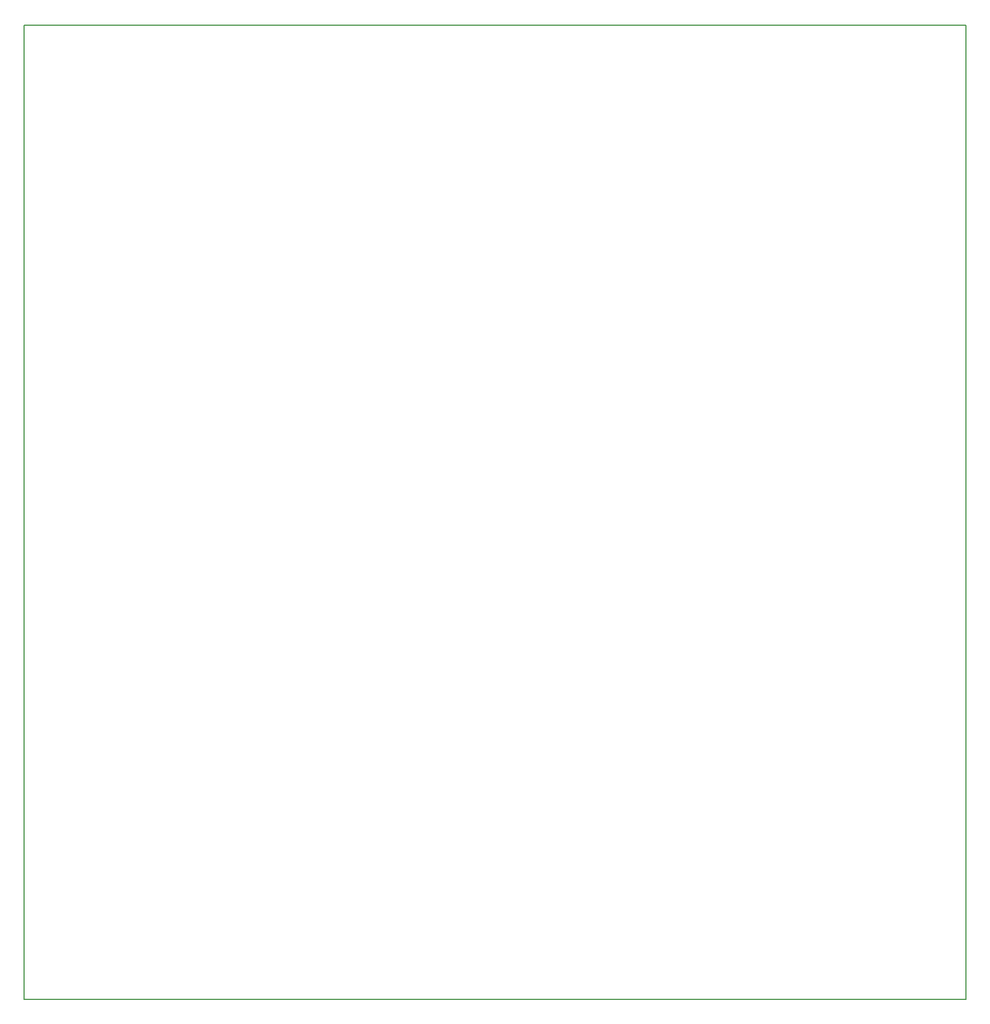
<source format=gbr>
G04 #@! TF.GenerationSoftware,KiCad,Pcbnew,(5.0.1-3-g963ef8bb5)*
G04 #@! TF.CreationDate,2019-04-09T02:40:33-05:00*
G04 #@! TF.ProjectId,SDMAY1932,53444D4159313933322E6B696361645F,rev?*
G04 #@! TF.SameCoordinates,Original*
G04 #@! TF.FileFunction,Profile,NP*
%FSLAX46Y46*%
G04 Gerber Fmt 4.6, Leading zero omitted, Abs format (unit mm)*
G04 Created by KiCad (PCBNEW (5.0.1-3-g963ef8bb5)) date Tuesday, April 09, 2019 at 02:40:33 AM*
%MOMM*%
%LPD*%
G01*
G04 APERTURE LIST*
%ADD10C,0.150000*%
G04 APERTURE END LIST*
D10*
X15240000Y-15494000D02*
X15240000Y-15240000D01*
X15240000Y-15240000D02*
X15240000Y-15494000D01*
X157734000Y-15240000D02*
X15240000Y-15240000D01*
X157734000Y-162560000D02*
X157734000Y-15240000D01*
X15240000Y-162560000D02*
X157734000Y-162560000D01*
X15240000Y-15494000D02*
X15240000Y-162560000D01*
M02*

</source>
